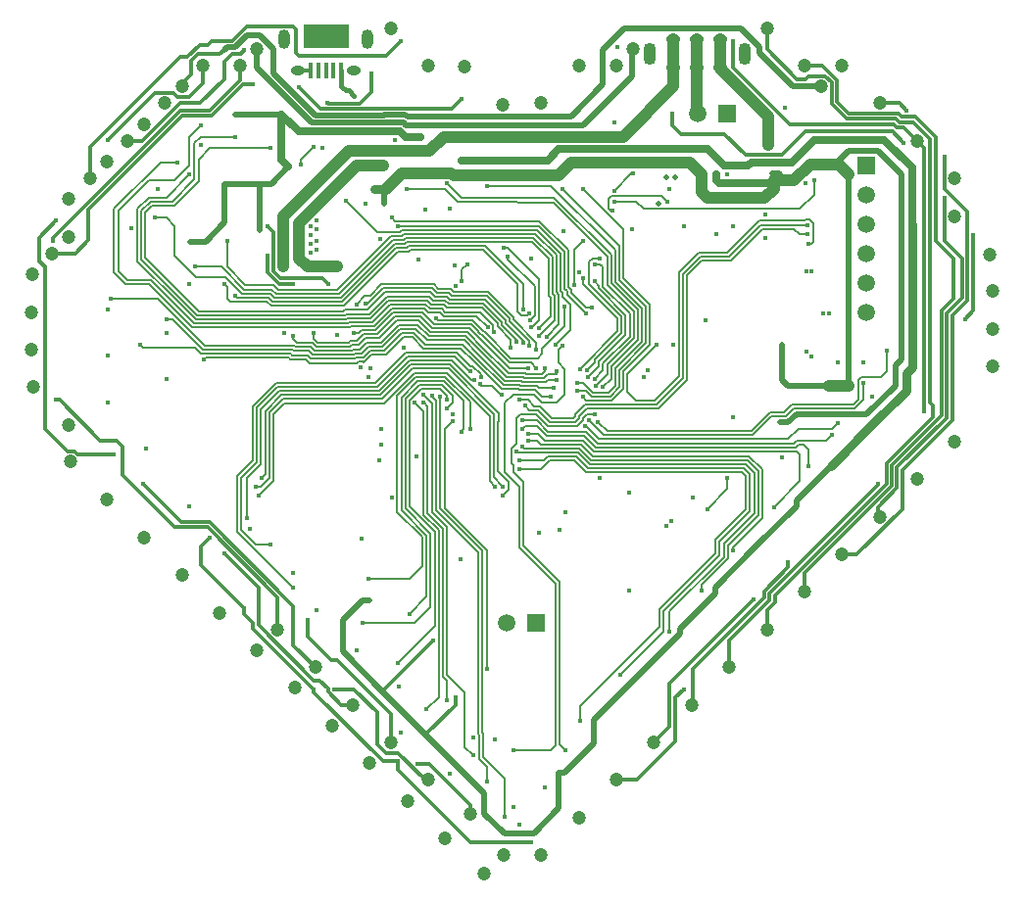
<source format=gtl>
G04 Layer_Physical_Order=1*
G04 Layer_Color=255*
%FSLAX44Y44*%
%MOMM*%
G71*
G01*
G75*
%ADD10R,0.4000X1.3500*%
%ADD11R,4.0000X2.0000*%
%ADD12C,0.5000*%
%ADD13C,1.0000*%
%ADD14C,0.3000*%
%ADD15C,0.2000*%
%ADD16C,0.7000*%
%ADD17C,0.8000*%
%ADD18C,0.4000*%
%ADD19O,1.1000X1.9000*%
%ADD20O,1.2000X0.8000*%
%ADD21C,1.5000*%
%ADD22R,1.5000X1.5000*%
%ADD23O,1.0000X1.7000*%
%ADD24R,1.5000X1.5000*%
%ADD25C,1.2000*%
%ADD26C,0.4500*%
%ADD27C,0.5000*%
%ADD28C,0.4000*%
D10*
X2025002Y1687500D02*
D03*
X2031502D02*
D03*
X2038002D02*
D03*
X2044502D02*
D03*
X2051002D02*
D03*
D11*
X2038000Y1716500D02*
D03*
D12*
X1920600Y1539400D02*
X1934400D01*
X1950600Y1555600D01*
Y1589400D01*
X1980600D01*
X1990600D01*
X2005600Y1604400D01*
X2088000Y1572500D02*
Y1582000D01*
X2085000Y1585000D01*
X2080000D01*
X2103610Y1642250D02*
X2103860Y1642000D01*
X2104938D01*
X2106938Y1640000D01*
X2260000D01*
X2302500Y1682500D01*
Y1705000D01*
X2303520Y1706020D01*
X2296000Y1723500D02*
X2396500D01*
X2412500Y1707500D01*
Y1702500D01*
X2441480Y1673520D01*
X2466020D01*
X2458750Y1606250D02*
X2442500Y1590000D01*
X2427500D01*
X2430000Y1592500D01*
Y1597500D01*
X2429500Y1598000D01*
X2423250D01*
X2425000Y1590000D02*
X2427500D01*
X2478125Y1605625D02*
X2490000Y1617500D01*
X2515000D01*
X2535000Y1597500D01*
Y1437500D01*
X2530000Y1432500D01*
Y1415000D01*
X2505000Y1390000D01*
X2444500D01*
X2437500Y1383000D01*
X2430000D01*
X2437500Y1415000D02*
X2472500D01*
X2490000D02*
Y1597500D01*
X2432500Y1450000D02*
Y1420000D01*
X2437500Y1415000D01*
X2444400Y1315600D02*
X2474400Y1345600D01*
X2509400Y1380600D02*
Y1380601D01*
X2444400Y1315600D02*
Y1310600D01*
X2444400D01*
X2409400Y1275601D01*
X2374400Y1240601D01*
Y1240600D01*
Y1234966D01*
X2344400Y1204965D01*
Y1200601D01*
X2309400Y1165600D01*
X2269400Y1125600D01*
Y1105600D01*
X2243765Y1079965D01*
X2239400D01*
Y1049400D01*
X2217500Y1027500D01*
X2192500D01*
X2175000Y1045000D01*
Y1062500D01*
X2125000Y1112500D01*
X2087500Y1150000D01*
X2052500Y1185000D01*
Y1212500D01*
X2069400Y1229400D01*
X2075600D01*
X1980600Y1549400D02*
Y1589400D01*
X1999400Y1649400D02*
X1959400D01*
X2028722Y1648500D02*
X2088448D01*
X2088698Y1648750D01*
X2106302D01*
X2106552Y1648500D01*
X2107630D01*
X2108630Y1647500D01*
X2250000D01*
X2277500Y1675000D01*
Y1705000D01*
X2296000Y1723500D01*
X2103610Y1642250D02*
X2091390D01*
X2091140Y1642000D01*
X2026030D01*
X1978520Y1689510D01*
Y1706020D01*
X1981182Y1717500D02*
X1992500Y1706182D01*
Y1684722D01*
X2028722Y1648500D01*
X1981182Y1717500D02*
X1970000D01*
X1960000Y1707500D01*
X1952500D01*
Y1707500D01*
X1950000Y1705000D01*
X1913520Y1676020D02*
Y1673520D01*
D13*
X2001500Y1517500D02*
Y1561500D01*
X2057500Y1617500D01*
X2127500D01*
X2140000Y1630000D01*
X2295000D01*
X2338500Y1673500D01*
Y1689500D01*
Y1714500D01*
X2358500D02*
Y1689500D01*
Y1651100D01*
X2359600Y1650000D01*
X2352500Y1607500D02*
X2362500Y1597500D01*
Y1582500D01*
X2368000Y1577000D01*
X2417000D01*
X2425000Y1585000D01*
Y1590000D01*
Y1592500D01*
X2427500Y1595000D01*
X2425000Y1592500D02*
X2430000D01*
X2442626D01*
X2456376Y1606250D01*
X2481250D01*
X2490000Y1597500D01*
X2420000Y1630000D02*
Y1647500D01*
X2378500Y1689000D01*
Y1714500D01*
X2420000Y1630000D02*
Y1622500D01*
X2352500Y1607500D02*
X2250000D01*
X2238750Y1596250D01*
X2148624D01*
X2146124Y1598750D01*
X2103500D01*
X2089750Y1585000D01*
X2087500Y1605000D02*
X2080000D01*
X2072500D01*
X2065000D01*
X2015000Y1555000D01*
Y1525000D01*
X2022500Y1517500D01*
X2047500D01*
X2472500Y1415000D02*
X2480000D01*
X2490000D01*
D14*
X1814500Y1358000D02*
X1820728D01*
X1823725Y1355004D01*
X1854996D01*
X1862500Y1362071D02*
Y1337500D01*
X1907500Y1292500D01*
X1935580D01*
X1996480Y1231600D01*
Y1203980D01*
X1980000Y1207732D02*
Y1240000D01*
X1950000Y1270000D01*
X1967500Y1222500D02*
X1930000Y1260000D01*
Y1275655D01*
X1937500Y1283155D01*
X1937444Y1297000D02*
X2010000Y1224444D01*
Y1190461D01*
X2028980Y1171480D01*
X2027728Y1160004D02*
X2032496D01*
X2039750Y1152750D01*
Y1150325D01*
X2051095Y1138980D01*
X2061480D01*
X2062500Y1152500D02*
X2082500Y1132500D01*
Y1105000D01*
X2090020Y1097480D01*
X2100020D01*
X2123520Y1073980D01*
X2126480D01*
X2127500Y1087500D02*
X2162500Y1052500D01*
X2162500Y1045000D01*
Y1020000D02*
X2215000D01*
X2288980Y1073980D02*
X2306480D01*
X2340000Y1107500D01*
Y1145000D01*
X2347500Y1152500D01*
X2355000Y1140000D02*
Y1170000D01*
X2417000Y1232000D01*
Y1237228D01*
X2437500Y1257728D01*
Y1262500D01*
X2451481Y1252617D02*
X2527000Y1328136D01*
Y1345864D01*
X2570000Y1388864D01*
Y1480000D01*
X2580000Y1490000D01*
Y1507500D01*
Y1525000D01*
X2565000Y1540000D01*
Y1629553D01*
X2547303Y1647250D01*
X2535250D01*
X2532520Y1649980D01*
X2490079D01*
X2479520Y1660539D01*
Y1679111D01*
X2467151Y1691481D01*
X2451481D01*
X2455248Y1682520D02*
X2469748D01*
X2475020Y1677247D01*
Y1658675D01*
X2488215Y1645480D01*
X2530656D01*
X2533386Y1642750D01*
X2545439D01*
X2560000Y1628189D01*
Y1400000D01*
X2562500Y1397500D01*
Y1390000D01*
Y1387728D01*
X2522500Y1347728D01*
Y1330000D01*
X2426000Y1233500D01*
Y1227565D01*
X2418980Y1220545D01*
Y1203980D01*
X2421500Y1229429D02*
Y1235364D01*
X2515000Y1328864D01*
Y1330000D01*
X2515114Y1309886D02*
X2531500Y1326272D01*
Y1344000D01*
X2574500Y1387000D01*
Y1477429D01*
X2587500Y1490429D01*
Y1524571D01*
X2572480Y1539591D01*
Y1577500D01*
Y1585020D02*
X2592000Y1565500D01*
Y1488565D01*
X2579000Y1475565D01*
Y1385136D01*
X2536000Y1342136D01*
Y1308272D01*
X2496708Y1268980D01*
X2483980D01*
X2515114Y1302846D02*
X2516480Y1301480D01*
X2515114Y1302846D02*
Y1309886D01*
X2451481Y1252617D02*
Y1236480D01*
X2421500Y1229429D02*
X2386480Y1194409D01*
Y1171480D01*
X2407500Y1230000D02*
X2335000Y1157500D01*
Y1120000D01*
X2321480Y1106480D01*
X2353980Y1138980D02*
X2355000Y1140000D01*
X2162500Y1020000D02*
X2100000Y1082500D01*
Y1090000D01*
X2087500D01*
X2027496Y1150004D01*
Y1152498D01*
Y1152504D01*
X1975000Y1205000D01*
Y1209571D01*
X1967500Y1217071D01*
Y1222500D01*
X1980000Y1207732D02*
X2027728Y1160004D01*
X2042480Y1177520D02*
X2047480D01*
X2093980Y1131020D01*
Y1106480D01*
X2087500Y1150000D02*
Y1151299D01*
X2130600Y1194399D01*
X2150000Y1145000D02*
Y1138799D01*
X2125000Y1113799D01*
Y1112500D01*
X2127500Y1087500D02*
X2117500D01*
X2062500Y1152500D02*
X2045000D01*
X2042480Y1177520D02*
X2022500Y1197500D01*
Y1212500D01*
X1937444Y1297000D02*
X1913000D01*
X1880000Y1330000D01*
X1862500Y1362071D02*
X1857071Y1367500D01*
X1842929D01*
X1807929Y1402500D01*
X1805000D01*
X1795000Y1377500D02*
Y1517500D01*
X1790000Y1522500D01*
Y1542500D01*
X1805000Y1557500D01*
X1802500Y1542728D02*
X1912272Y1652500D01*
X1937500D01*
X1963980Y1678980D01*
Y1691481D01*
X1964500Y1702000D02*
X1967500Y1705000D01*
X1964500Y1702000D02*
X1957000D01*
X1950000Y1695000D01*
Y1680000D01*
X1929500Y1659500D01*
X1912228D01*
X1879208Y1626480D01*
X1866480D01*
X1850000Y1627500D02*
X1890480Y1667980D01*
X1906331D01*
X1909792Y1664520D01*
X1919520D01*
X1931480Y1676480D01*
Y1691481D01*
X1927338Y1701481D02*
X1946481D01*
X1950000Y1705000D01*
X1957303Y1713000D02*
X1969804Y1725500D01*
X2009500D01*
X2012500Y1722500D01*
Y1702500D01*
X2015000Y1700000D01*
X2090000D01*
X2102500Y1712500D01*
X2077500Y1685000D02*
Y1668800D01*
X2067200Y1658500D01*
X2040299D01*
X2039400Y1659400D01*
X2033500Y1654000D02*
X2086170D01*
X2086420Y1654250D01*
X2146750D01*
X2155000Y1662500D01*
X2025002Y1687500D02*
X2014000D01*
X2013750Y1687250D01*
X2015000Y1672500D02*
X2033500Y1654000D01*
X1957303Y1713000D02*
X1939514D01*
X1936175Y1709660D01*
X1929154D01*
X1918511Y1699018D01*
X1911947D01*
X1833980Y1621051D01*
Y1593980D01*
X1833068Y1566932D02*
X1914136Y1648000D01*
X1939364D01*
X1966364Y1675000D01*
X1975000D01*
X1921480Y1683980D02*
Y1695623D01*
X1927338Y1701481D01*
X1921480Y1683980D02*
X1913520Y1676020D01*
X1987500Y1552500D02*
X1992750Y1547250D01*
Y1513614D01*
X1998614Y1507750D01*
X2034750D01*
X2040000Y1502500D01*
X2010000D02*
X1997500D01*
X1987500Y1512500D01*
Y1527500D01*
X1833068Y1540568D02*
Y1566932D01*
Y1540568D02*
X1821480Y1528980D01*
X1801480D01*
X1802500Y1540000D02*
Y1542728D01*
X1795000Y1377500D02*
X1814500Y1358000D01*
X2345000Y1632500D02*
X2382500D01*
X2400500Y1614500D01*
X2432000D01*
X2452000Y1634500D01*
X2528000D01*
X2537500Y1625000D01*
X2548980Y1626480D02*
X2555000Y1620461D01*
Y1392500D01*
X2590000Y1472500D02*
X2597500Y1480000D01*
Y1545000D01*
X2572480Y1585020D02*
Y1612480D01*
X2572500Y1612500D01*
X2548980Y1626480D02*
X2537211Y1638250D01*
X2531522D01*
X2528792Y1640980D01*
X2439020D01*
X2390000Y1690000D01*
Y1712500D01*
X2445000Y1680000D02*
X2452728D01*
X2455248Y1682520D01*
X2418980Y1706020D02*
Y1723980D01*
Y1706020D02*
X2445000Y1680000D01*
X2516480Y1658980D02*
X2533520D01*
X2540000Y1652500D01*
X2337500Y1650000D02*
Y1640000D01*
X2345000Y1632500D01*
D15*
X1877500Y1450000D02*
X1880000Y1447500D01*
X1925101D01*
X1930441Y1442159D01*
X1930441D01*
X1930533Y1442250D01*
X1932300D01*
X1932550Y1442500D01*
X2007651D01*
X2008904Y1441247D01*
X2021954D01*
X2025201Y1438000D01*
X2063333D01*
X2064583Y1439250D01*
X2070300D01*
X2076300Y1445250D01*
X2088300D01*
X2103550Y1460500D01*
X2114034D01*
X2124037Y1450497D01*
X2156080D01*
X2167330Y1439247D01*
X2167363D01*
X2191360Y1415250D01*
X2205683D01*
X2206433Y1414500D01*
X2220249D01*
X2222249Y1412500D01*
X2235000D01*
X2232500Y1405000D02*
X2224799D01*
X2218799Y1411000D01*
X2204984D01*
X2204234Y1411750D01*
X2189910D01*
X2165913Y1435747D01*
X2165880D01*
X2154630Y1446997D01*
X2122587D01*
X2112584Y1457000D01*
X2105000D01*
X2089750Y1441750D01*
X2077750D01*
X2070859Y1434859D01*
X2070859D01*
X2069967Y1435750D01*
X2066033D01*
X2064783Y1434500D01*
X2023751D01*
X2020504Y1437747D01*
X2007454D01*
X2006201Y1439000D01*
X1934000D01*
X1932500Y1437500D01*
X1931550Y1446000D02*
X2009100D01*
X2010354Y1444747D01*
X2023404D01*
X2026651Y1441500D01*
X2061883D01*
X2063133Y1442750D01*
X2068851D01*
X2074851Y1448750D01*
X2086851D01*
X2102101Y1464000D01*
X2115484D01*
X2125486Y1453997D01*
X2157529D01*
X2168779Y1442747D01*
X2168812D01*
X2192809Y1418750D01*
X2207133D01*
X2207883Y1418000D01*
X2227899D01*
X2229899Y1420000D01*
X2237500D01*
Y1425000D02*
X2237496Y1425004D01*
Y1427497D01*
X2237500Y1425000D02*
X2229950D01*
X2226450Y1421500D01*
X2209333D01*
X2208583Y1422250D01*
X2194259D01*
X2170262Y1446247D01*
X2170229D01*
X2159246Y1457231D01*
Y1457264D01*
X2159012Y1457497D01*
X2126936D01*
X2116933Y1467500D01*
X2100651D01*
X2085401Y1452250D01*
X2073401D01*
X2067401Y1446250D01*
X2061683D01*
X2060433Y1445000D01*
X2028100D01*
X2024854Y1448247D01*
X2011803D01*
X2010550Y1449500D01*
X1933000D01*
X1892500Y1490000D01*
X1852500D01*
X1855000Y1512500D02*
X1865000Y1502500D01*
X1885000D01*
X1922500Y1465000D01*
X2058636D01*
X2059886Y1466250D01*
X2079602D01*
X2094852Y1481500D01*
X2122732D01*
X2126482Y1477750D01*
X2136834D01*
X2139584Y1475000D01*
X2167993D01*
X2177996Y1464997D01*
X2176061Y1460247D02*
X2197808Y1438500D01*
X2221000D01*
X2225000Y1442500D01*
Y1446818D01*
X2244341Y1466159D01*
Y1483232D01*
X2249091Y1485199D02*
Y1463233D01*
X2236211Y1450353D01*
X2238781Y1445853D02*
X2242145Y1449216D01*
X2238781Y1445853D02*
Y1435082D01*
X2244500Y1429364D01*
Y1407000D01*
X2237500Y1400000D01*
X2224849D01*
X2217599Y1407250D01*
X2199750D01*
X2192500Y1400000D01*
Y1340000D01*
X2205000Y1327500D01*
Y1275000D01*
X2236500Y1243500D01*
Y1104000D01*
X2232500Y1100000D01*
X2200000D01*
X2173920Y1093580D02*
X2192500Y1075000D01*
Y1042500D01*
X2245000Y1100000D02*
X2240000Y1105000D01*
Y1244950D01*
X2208500Y1276450D01*
Y1331500D01*
X2200000Y1340000D01*
Y1346136D01*
X2198000Y1348136D01*
Y1360500D01*
X2202500Y1365000D01*
Y1386719D01*
X2205781Y1390000D01*
X2220000D01*
X2230000Y1380000D01*
X2255000D01*
X2260246Y1385246D01*
Y1386965D01*
X2263281Y1390000D01*
X2270000D01*
X2273161Y1383408D02*
X2281069Y1375500D01*
X2405529D01*
X2421530Y1391500D01*
X2433979D01*
X2440979Y1398500D01*
X2493500D01*
X2497750Y1402750D01*
Y1419467D01*
X2500533Y1422250D01*
X2517250D01*
X2522500Y1427500D01*
Y1445000D01*
X2502500Y1417500D02*
Y1402500D01*
X2495000Y1395000D01*
X2442429D01*
X2435429Y1388000D01*
X2422979D01*
X2406979Y1372000D01*
X2277993D01*
X2271334Y1378658D01*
X2271193D01*
X2268410Y1381441D01*
Y1381582D01*
X2264996Y1384997D01*
X2262500Y1380000D02*
X2274000Y1368500D01*
X2408429D01*
X2408614Y1368685D01*
X2408614D01*
X2408799Y1368500D01*
X2437500D01*
X2446500Y1377500D01*
X2474998D01*
X2479995Y1382497D01*
X2475000Y1372500D02*
X2470000Y1367500D01*
X2444899D01*
X2442399Y1365000D01*
X2272550D01*
X2262550Y1375000D01*
X2230000D01*
X2230000Y1375000D01*
X2220003Y1384997D01*
X2207496D01*
Y1377497D02*
X2209998Y1380000D01*
X2220050D01*
X2228965Y1371086D01*
X2261465D01*
X2269050Y1363500D01*
X2269101D01*
X2271101Y1361500D01*
X2443849D01*
X2446349Y1364000D01*
X2450992D01*
X2454995Y1359997D01*
Y1344997D01*
X2447500Y1355000D02*
X2444500Y1358000D01*
X2269651D01*
X2267651Y1360000D01*
X2267601D01*
X2260015Y1367586D01*
X2227515D01*
X2221603Y1373497D01*
X2212500D01*
X2212496Y1367497D02*
X2220003D01*
X2223414Y1364086D01*
X2258565D01*
X2266151Y1356500D01*
X2266201D01*
X2268701Y1354000D01*
X2403500D01*
X2415000Y1342500D01*
Y1300000D01*
X2390000Y1275000D01*
Y1272500D01*
X2385250Y1276967D02*
X2411500Y1303217D01*
Y1341050D01*
X2402050Y1350500D01*
X2267251D01*
X2264751Y1353000D01*
X2264701D01*
X2257115Y1360586D01*
X2209414D01*
X2207500Y1362500D01*
X2202750Y1357500D02*
Y1357250D01*
X2202914Y1357086D01*
X2255666D01*
X2263251Y1349500D01*
X2263302D01*
X2265802Y1347000D01*
X2400600D01*
X2408000Y1339601D01*
Y1304667D01*
X2381750Y1278417D01*
Y1266851D01*
X2335000Y1220101D01*
Y1202500D01*
X2330000Y1202500D02*
Y1220050D01*
X2378250Y1268300D01*
Y1279867D01*
X2404500Y1306117D01*
Y1338151D01*
X2399151Y1343500D01*
X2264352D01*
X2261852Y1346000D01*
X2261802D01*
X2254216Y1353586D01*
X2229749D01*
X2226160Y1349997D01*
X2226157Y1350000D01*
X2226155Y1349997D01*
X2204996D01*
X2205000Y1342500D02*
X2223613D01*
X2231198Y1350086D01*
X2252766D01*
X2260352Y1342500D01*
X2260402D01*
X2262902Y1340000D01*
X2397701D01*
X2401000Y1336701D01*
Y1307567D01*
X2374750Y1281317D01*
Y1269750D01*
X2326500Y1221500D01*
Y1206500D01*
X2257500Y1137500D01*
Y1125000D01*
X2292500Y1165000D02*
X2330000Y1202500D01*
X2362500Y1237500D02*
Y1242500D01*
X2385250Y1265250D01*
Y1276967D01*
X2367500Y1307902D02*
X2385000Y1325402D01*
Y1335000D01*
X2425000Y1310000D02*
X2447500Y1332500D01*
Y1355000D01*
X2350000Y1420000D02*
Y1510000D01*
X2363000Y1523000D01*
X2387899D01*
X2414900Y1550000D01*
X2442500D01*
X2447000Y1545500D01*
X2454500D01*
X2453999Y1553501D02*
X2413450D01*
X2386450Y1526500D01*
X2361550D01*
X2346500Y1511450D01*
Y1421450D01*
X2323550Y1398500D01*
X2261881D01*
X2253246Y1389864D01*
Y1388145D01*
X2252101Y1387000D01*
X2232899D01*
X2222899Y1397000D01*
X2218000D01*
X2212500Y1402500D01*
X2205496D01*
X2190000Y1406000D02*
Y1407000D01*
Y1406000D02*
X2181250Y1414750D01*
X2172243D01*
X2170996Y1415997D01*
X2162500Y1400976D02*
Y1377500D01*
X2157000Y1377000D02*
Y1401527D01*
X2139632Y1418895D01*
X2117278D01*
X2103250Y1404867D01*
Y1307152D01*
X2125000Y1285402D01*
Y1232400D01*
X2110100Y1217500D01*
X2110000D01*
X2115000Y1210000D02*
X2128500Y1223500D01*
Y1286852D01*
X2106750Y1308602D01*
Y1403417D01*
X2118727Y1415395D01*
X2138182D01*
X2147500Y1406077D01*
Y1400000D01*
X2142500Y1395000D01*
Y1402500D02*
Y1406127D01*
X2136733Y1411895D01*
X2120177D01*
X2110250Y1401968D01*
Y1310052D01*
X2132000Y1288302D01*
Y1207000D01*
X2100000Y1175000D01*
X2135600Y1145600D02*
Y1162000D01*
X2135500Y1162101D01*
Y1289751D01*
X2122500Y1302751D01*
Y1392500D01*
X2115000Y1400000D01*
X2122395Y1399823D02*
X2122670D01*
X2126000Y1396493D01*
Y1304201D01*
X2139000Y1291201D01*
Y1163550D01*
X2142500Y1160050D01*
Y1142500D01*
X2135600Y1145600D02*
X2125000Y1135000D01*
X2157500Y1102500D02*
X2165000Y1095000D01*
X2170420Y1092130D02*
Y1112637D01*
X2169250Y1113807D01*
Y1270851D01*
X2133000Y1307101D01*
Y1402134D01*
X2130000Y1405134D01*
Y1406361D01*
X2129500Y1399789D02*
X2122145Y1407145D01*
X2129500Y1399789D02*
Y1305651D01*
X2142500Y1292651D01*
Y1165000D01*
X2157500Y1150000D01*
Y1102500D01*
X2170420Y1092130D02*
X2177500Y1085050D01*
Y1072500D01*
X2173920Y1093580D02*
Y1114087D01*
X2172750Y1115257D01*
Y1272300D01*
X2136500Y1308550D01*
Y1405352D01*
X2140996Y1377500D02*
X2147496Y1384000D01*
X2140996Y1377500D02*
Y1309004D01*
X2177500Y1272500D01*
Y1170000D01*
X2115000Y1210000D02*
X2070000D01*
X2075000Y1247500D02*
X2110000D01*
X2121500Y1259000D01*
Y1283952D01*
X2099750Y1305702D01*
Y1406317D01*
X2115828Y1422395D01*
X2141082D01*
X2162500Y1400976D01*
X2157000Y1377000D02*
X2155000Y1375000D01*
X2186500Y1341000D02*
Y1383450D01*
X2187000Y1383950D01*
Y1391326D01*
X2145328Y1432997D01*
X2111564D01*
X2085317Y1406750D01*
X1999351D01*
X1985500Y1392899D01*
Y1338000D01*
X1982500Y1335000D01*
X1989000Y1334783D02*
Y1391450D01*
X2000800Y1403250D01*
X2086766D01*
X2113014Y1429497D01*
X2143879D01*
X2183500Y1389876D01*
Y1385399D01*
X2183000Y1384899D01*
Y1335640D01*
X2191140Y1327500D01*
X2195890Y1325533D02*
Y1331610D01*
X2186500Y1341000D01*
X2179500Y1332069D02*
X2184069Y1327500D01*
X2179500Y1332069D02*
Y1386349D01*
X2180000Y1386849D01*
Y1388426D01*
X2142531Y1425895D01*
X2114361D01*
X2088216Y1399750D01*
X2002250D01*
X1992500Y1390000D01*
Y1332500D01*
X1980000Y1320000D01*
X1981718Y1327500D02*
X1989000Y1334783D01*
X1981718Y1327500D02*
X1977500D01*
X1970000Y1335101D02*
X1982000Y1347101D01*
Y1394349D01*
X1997901Y1410250D01*
X2083867D01*
X2110114Y1436497D01*
X2146778D01*
X2163277Y1419999D01*
X2165997D01*
X2165996Y1419997D01*
X2171996Y1421997D02*
Y1424715D01*
X2164963Y1431747D01*
X2162596D01*
X2150846Y1443497D01*
X2107215D01*
X2080968Y1417250D01*
X1995001D01*
X1975000Y1397249D01*
Y1350000D01*
X1961500Y1336500D01*
Y1288550D01*
X2010000Y1240050D01*
Y1240000D01*
X1990000Y1277500D02*
X1977500D01*
X1965000Y1290000D01*
Y1335050D01*
X1978500Y1348550D01*
Y1395799D01*
X1996451Y1413750D01*
X2082417D01*
X2108664Y1439997D01*
X2149396D01*
X2157856Y1431538D01*
Y1431352D01*
X2161070Y1428138D01*
X2162996D01*
Y1426997D01*
X2171679Y1449747D02*
X2171712D01*
X2195709Y1425750D01*
X2210033D01*
X2210782Y1425000D01*
X2225000D01*
X2227500Y1427500D01*
Y1430000D01*
X2219996Y1429997D02*
X2214993Y1435000D01*
X2196358D01*
X2174611Y1456747D01*
X2174578D01*
X2169746Y1461580D01*
Y1461613D01*
X2163361Y1467997D01*
X2131285D01*
X2121283Y1478000D01*
X2096302D01*
X2081052Y1462750D01*
X2069052D01*
X2066302Y1460000D01*
X2062499D01*
X2062496Y1459997D01*
X2070501Y1459250D02*
X2082501D01*
X2097751Y1474500D01*
X2119833D01*
X2129836Y1464497D01*
X2161912D01*
X2166246Y1460163D01*
Y1460130D01*
X2173129Y1453247D01*
X2173162D01*
X2196409Y1430000D01*
X2212500D01*
X2214000Y1449000D02*
Y1453213D01*
X2210463Y1456750D01*
X2210200D01*
X2196746Y1470204D01*
Y1472764D01*
X2177009Y1492500D01*
X2146833D01*
X2144083Y1495250D01*
X2133731D01*
X2129981Y1499000D01*
X2087603D01*
X2073302Y1484698D01*
X2073302D01*
X2072000Y1486000D01*
X2071779Y1492497D02*
X2076151D01*
X2086154Y1502500D01*
X2131431D01*
X2135181Y1498750D01*
X2145533D01*
X2148282Y1496000D01*
X2178459D01*
X2200246Y1474213D01*
Y1471917D01*
X2220000Y1452163D01*
Y1446000D01*
X2222496Y1457497D02*
Y1457851D01*
X2235841Y1471196D01*
Y1492140D01*
X2233750Y1494231D01*
Y1526200D01*
X2217450Y1542500D01*
X2106651D01*
X2104901Y1540750D01*
X2095901D01*
X2049401Y1494250D01*
X1995143D01*
X1991393Y1498000D01*
X1967050D01*
X1947550Y1517500D01*
X1925000D01*
X1926200Y1508800D02*
X1951300D01*
X1965601Y1494500D01*
X1989944D01*
X1993694Y1490750D01*
X2050851D01*
X2097351Y1537250D01*
X2106351D01*
X2108100Y1539000D01*
X2216000D01*
X2230250Y1524750D01*
Y1492781D01*
X2232341Y1490691D01*
Y1474767D01*
X2222068Y1464495D01*
X2222000Y1471144D02*
Y1507000D01*
X2195003Y1533997D01*
X2191996D01*
X2195000Y1526000D02*
Y1524000D01*
X2218392Y1500608D01*
Y1475314D01*
X2214360Y1471281D01*
X2215000Y1466135D02*
X2215996Y1465139D01*
X2222000Y1471144D01*
X2215000Y1466135D02*
X2214996Y1466130D01*
Y1464997D01*
X2208496Y1453504D02*
X2193246Y1468754D01*
Y1471314D01*
X2175559Y1489000D01*
X2145383D01*
X2142633Y1491750D01*
X2132281D01*
X2128531Y1495500D01*
X2089053D01*
X2073803Y1480250D01*
X2054087D01*
X2052837Y1479000D01*
X1928349D01*
X1882050Y1525299D01*
X1882000D01*
Y1564601D01*
X1887899Y1570500D01*
X1906950D01*
X1928000Y1591550D01*
Y1610500D01*
X1937500Y1620000D01*
X1990000D01*
X1952500Y1540000D02*
Y1517500D01*
X1968500Y1501500D01*
X1992843D01*
X1996593Y1497750D01*
X2047951D01*
X2094451Y1544250D01*
X2103451D01*
X2105201Y1546000D01*
X2218900D01*
X2237250Y1527649D01*
Y1495681D01*
X2239341Y1493590D01*
Y1467625D01*
X2229073Y1457358D01*
X2228822D01*
X2208496Y1453504D02*
Y1452000D01*
X2257424Y1429139D02*
X2290000Y1461716D01*
Y1473050D01*
X2260000Y1503050D01*
X2260169Y1503220D01*
Y1507331D01*
X2252500Y1501998D02*
Y1532500D01*
X2260000Y1540000D01*
X2247750Y1531999D02*
X2222499Y1557250D01*
X2097750D01*
X2095000Y1560000D01*
X2100000Y1552500D02*
X2100901Y1551599D01*
X2100901D01*
X2102302Y1553000D01*
X2221799D01*
X2244250Y1530549D01*
Y1498580D01*
X2246341Y1496490D01*
Y1493659D01*
X2262500Y1477500D01*
X2262450Y1482500D02*
X2267500D01*
X2262450D02*
X2249841Y1495109D01*
Y1497939D01*
X2247750Y1500030D01*
Y1531999D01*
X2240750Y1529099D02*
Y1497131D01*
X2242841Y1495040D01*
Y1491449D01*
X2249091Y1485199D01*
X2213642Y1477281D02*
X2212179Y1475818D01*
X2206682D01*
X2203426Y1479074D01*
Y1502574D01*
X2174000Y1532000D01*
X2111000D01*
X2109250Y1530250D01*
X2100250D01*
X2053750Y1483750D01*
X1990794D01*
X1987044Y1487500D01*
X1955000D01*
X1952500Y1490000D01*
Y1500000D01*
X1950000Y1502500D01*
X1960000Y1492500D02*
X1961500Y1491000D01*
X1988494D01*
X1992244Y1487250D01*
X2052300D01*
X2098800Y1533750D01*
X2107800D01*
X2109550Y1535500D01*
X2175450D01*
X2208692Y1502258D01*
Y1480817D01*
X2293500Y1460266D02*
Y1474500D01*
X2265000Y1503000D01*
Y1521718D01*
X2268282Y1525000D01*
X2275000D01*
X2281000Y1526550D02*
Y1501849D01*
X2304000Y1478849D01*
Y1455917D01*
X2281000Y1432917D01*
Y1424431D01*
X2271566Y1414997D01*
X2277500Y1413860D02*
X2284500Y1420860D01*
Y1431467D01*
X2307500Y1454467D01*
Y1480299D01*
X2284500Y1503299D01*
Y1528000D01*
X2235000Y1577500D01*
X2155000D01*
X2142500Y1590000D01*
X2141136Y1585000D02*
X2152136Y1574000D01*
X2202500D01*
X2203975Y1572525D01*
X2235025D01*
X2281000Y1526550D01*
X2288000Y1532000D02*
Y1504749D01*
X2311000Y1481749D01*
Y1453017D01*
X2288000Y1430017D01*
Y1414899D01*
X2282101Y1409000D01*
X2268950D01*
X2260453Y1417497D01*
X2254996D01*
Y1409997D02*
X2263003D01*
X2267500Y1405500D01*
X2283550D01*
X2291500Y1413450D01*
Y1428568D01*
X2314500Y1451568D01*
Y1483199D01*
X2291500Y1506198D01*
Y1536000D01*
X2242500Y1585000D01*
X2232500Y1587500D02*
X2288000Y1532000D01*
X2295000Y1550000D02*
Y1507648D01*
X2318000Y1484648D01*
Y1450118D01*
X2295000Y1427118D01*
Y1412000D01*
X2285000Y1402000D01*
X2263000D01*
X2260000Y1405000D01*
X2256745Y1388414D02*
X2263331Y1395000D01*
X2325000D01*
X2350000Y1420000D01*
X2343000Y1422899D02*
Y1512899D01*
X2360101Y1530000D01*
X2385000D01*
X2412750Y1557750D01*
X2451532D01*
X2452032Y1558250D01*
X2455967D01*
X2459250Y1554968D01*
Y1539250D01*
X2457500Y1537500D01*
X2455000D01*
X2447500Y1567500D02*
X2460000Y1580000D01*
Y1592000D01*
X2447500Y1567500D02*
X2312500D01*
X2306000Y1574000D01*
X2287000D01*
X2282250Y1575968D02*
X2285033Y1578750D01*
X2289467D01*
X2289718Y1579000D01*
X2328000D01*
X2333000Y1574000D01*
X2303000Y1598000D02*
X2302000D01*
X2287500Y1583500D01*
X2282250Y1575968D02*
Y1567750D01*
X2284003Y1565997D01*
X2285995D01*
X2295000Y1550000D02*
X2260476Y1584524D01*
X2260000D01*
X2232500Y1587500D02*
X2177500D01*
X2220349Y1549500D02*
X2240750Y1529099D01*
X2220349Y1549500D02*
X2103751D01*
X2102001Y1547750D01*
X2093001D01*
X2092751Y1547500D01*
X2082500D01*
X2055000Y1575000D01*
X2055537Y1476750D02*
X2075253D01*
X2090503Y1492000D01*
X2127081D01*
X2130831Y1488250D01*
X2141183D01*
X2143933Y1485500D01*
X2174110D01*
X2189746Y1469864D01*
Y1467305D01*
X2202496Y1454555D01*
Y1452497D01*
X2197500Y1454601D02*
X2186246Y1465855D01*
Y1468414D01*
X2172660Y1482000D01*
X2142484D01*
X2139734Y1484750D01*
X2129382D01*
X2125632Y1488500D01*
X2091952D01*
X2076703Y1473250D01*
X2056987D01*
X2055737Y1472000D01*
X1925450D01*
X1910200Y1487250D01*
X1910150D01*
X1875000Y1522399D01*
Y1567500D01*
X1885000Y1577500D01*
X1900000D01*
X1919750Y1597250D01*
Y1597750D01*
X1920000Y1605000D02*
Y1630000D01*
X1930000Y1640000D01*
Y1630000D02*
X1960000D01*
X2016000Y1610000D02*
X2027000Y1621000D01*
X2016000Y1610000D02*
Y1606000D01*
X2054287Y1475500D02*
X2055537Y1476750D01*
X2054287Y1475500D02*
X1926900D01*
X1884925Y1517475D01*
X1884874D01*
X1878500Y1523849D01*
Y1566050D01*
X1886450Y1574000D01*
X1905500D01*
X1924500Y1593000D01*
Y1624500D01*
X1930000Y1630000D01*
X1920000Y1605000D02*
X1907525Y1592525D01*
X1884975D01*
X1858500Y1566050D01*
Y1513950D01*
X1866450Y1506000D01*
X1886450D01*
X1908700Y1483750D01*
X1908750D01*
X1924000Y1468500D01*
X2057186D01*
X2058436Y1469750D01*
X2078152D01*
X2093402Y1485000D01*
X2124182D01*
X2127932Y1481250D01*
X2138284D01*
X2141034Y1478500D01*
X2171210D01*
X2182746Y1466965D01*
Y1461254D01*
X2182858Y1461142D01*
X2176061Y1460247D02*
X2176028D01*
X2173246Y1463030D01*
Y1463062D01*
X2164811Y1471497D01*
X2134503D01*
X2133000Y1473000D01*
X2154996Y1504997D02*
Y1514996D01*
X2160000Y1520000D01*
X2160462Y1460997D02*
X2162746Y1458713D01*
Y1458680D01*
X2171679Y1449747D01*
X2160462Y1460997D02*
X2128386D01*
X2118383Y1471000D01*
X2099201D01*
X2083951Y1455750D01*
X2071951D01*
X2065951Y1449750D01*
X2060234D01*
X2058984Y1448500D01*
X2029550D01*
X2026303Y1451747D01*
X2013253D01*
X2010000Y1455000D01*
Y1457500D01*
X2027500Y1455500D02*
Y1460000D01*
Y1455500D02*
X2031000Y1452000D01*
X2057534D01*
X2058784Y1453250D01*
X2064501D01*
X2070501Y1459250D01*
X2064750Y1485000D02*
X2064283D01*
X2071779Y1492497D01*
X2197500Y1454601D02*
Y1447500D01*
X2210000Y1397500D02*
X2214000Y1393500D01*
X2221450D01*
X2231450Y1383500D01*
X2253550D01*
X2256745Y1386695D01*
Y1388414D01*
X2262007Y1380000D02*
X2262500D01*
X2262007D02*
X2261758Y1379750D01*
X2306000Y1402000D02*
X2322101D01*
X2343000Y1422899D01*
X2324000Y1450000D02*
X2298500Y1424500D01*
Y1409500D01*
X2306000Y1402000D01*
X2277500Y1428003D02*
Y1434366D01*
X2300500Y1457366D01*
Y1477399D01*
X2277500Y1500399D01*
Y1517500D01*
X2275000Y1520000D01*
X2270000D01*
Y1505000D02*
X2274000Y1501000D01*
Y1498950D01*
X2297000Y1475950D01*
Y1458816D01*
X2274000Y1435816D01*
Y1431573D01*
X2264495Y1422068D01*
X2270429Y1420932D02*
X2277500Y1428003D01*
X2270500Y1435145D02*
Y1437266D01*
X2293500Y1460266D01*
X2270500Y1435145D02*
X2263358Y1428002D01*
X2195890Y1325533D02*
X2195640Y1325282D01*
Y1324929D01*
X2190710Y1320000D01*
X1970000Y1335101D02*
Y1300000D01*
X1931550Y1446000D02*
X1905050Y1472500D01*
X1900000D01*
X1926200Y1508800D02*
X1907500Y1527500D01*
Y1552500D01*
X1900000Y1560000D01*
X1890000D01*
X1855000Y1567500D02*
X1895000Y1607500D01*
X1910000D01*
X1855000Y1567500D02*
Y1512500D01*
X2107500Y1585000D02*
X2141136D01*
D16*
X1999400Y1610600D02*
Y1649400D01*
X2014299Y1634500D01*
X2094247D01*
X2094497Y1634750D01*
X2100503D01*
X2100753Y1634500D01*
X2101831D01*
X2106931Y1629400D01*
X2119400D01*
X2155035Y1609400D02*
X2199400D01*
X2229399D01*
X2239399Y1619400D01*
X2368100D01*
X2382500Y1605000D01*
X2402500D01*
X2405500Y1608000D01*
X2440500D01*
X2460000Y1627500D01*
X2520000D01*
X2544400Y1603100D01*
Y1554400D01*
X2425000Y1590000D02*
X2377500D01*
X2375000Y1592500D01*
Y1597500D01*
X2005600Y1604400D02*
X1999400Y1610600D01*
D17*
X2080000Y1585000D02*
X2089750D01*
X2474400Y1345600D02*
X2509400Y1380600D01*
Y1380601D02*
X2539400Y1410601D01*
Y1425601D01*
X2544400Y1430602D01*
Y1554400D01*
D18*
X2051002Y1673998D02*
X2055000Y1670000D01*
X2057500D01*
X2062500Y1665000D01*
X2051002Y1673998D02*
Y1687500D01*
D19*
X2317500Y1702000D02*
D03*
X2399500D02*
D03*
D20*
X2013750Y1687250D02*
D03*
X2062250D02*
D03*
X2338500Y1689500D02*
D03*
X2358500D02*
D03*
Y1714500D02*
D03*
X2338500D02*
D03*
X2378500D02*
D03*
Y1689500D02*
D03*
D21*
X2194600Y1210000D02*
D03*
X2505000Y1478000D02*
D03*
Y1503400D02*
D03*
Y1528800D02*
D03*
Y1554200D02*
D03*
Y1579600D02*
D03*
X2359600Y1650000D02*
D03*
D22*
X2505000Y1605000D02*
D03*
D23*
X2001750Y1714000D02*
D03*
X2074250D02*
D03*
D24*
X2220000Y1210000D02*
D03*
X2385000Y1650000D02*
D03*
D25*
X1785000Y1414000D02*
D03*
X1817000Y1349000D02*
D03*
X1881020Y1283520D02*
D03*
X1913520Y1251020D02*
D03*
X1978520Y1186020D02*
D03*
X1996480Y1203980D02*
D03*
X2011020Y1153520D02*
D03*
X2043520Y1121020D02*
D03*
X2076020Y1088520D02*
D03*
X2141020Y1023520D02*
D03*
X2175000Y993000D02*
D03*
X2223980Y1008980D02*
D03*
X2256480Y1041480D02*
D03*
X2288980Y1073980D02*
D03*
X2321480Y1106480D02*
D03*
X2353980Y1138980D02*
D03*
X2386480Y1171480D02*
D03*
X2418980Y1203980D02*
D03*
X2451481Y1236480D02*
D03*
X2483980Y1268980D02*
D03*
X2516480Y1301480D02*
D03*
X2548980Y1333980D02*
D03*
X2581480Y1366480D02*
D03*
X2613980Y1431481D02*
D03*
Y1463980D02*
D03*
Y1496480D02*
D03*
X2612000Y1528000D02*
D03*
X2581480Y1561480D02*
D03*
Y1593980D02*
D03*
X2548980Y1626480D02*
D03*
X2516480Y1658980D02*
D03*
X2483980Y1691481D02*
D03*
X2451481D02*
D03*
X2418980Y1723980D02*
D03*
X2466020Y1673520D02*
D03*
X2288980Y1691481D02*
D03*
X2303520Y1706020D02*
D03*
X2256480Y1691481D02*
D03*
X2223980Y1658980D02*
D03*
X2158000Y1691000D02*
D03*
X2191000Y1658000D02*
D03*
X2126480Y1691481D02*
D03*
X2093980Y1723980D02*
D03*
X1978520Y1706020D02*
D03*
X1963980Y1691481D02*
D03*
X1931480D02*
D03*
X1913520Y1673520D02*
D03*
X1898980Y1658980D02*
D03*
X1881020Y1641020D02*
D03*
X1866480Y1626480D02*
D03*
X1848519Y1608520D02*
D03*
X1833980Y1593980D02*
D03*
X1816020Y1576020D02*
D03*
Y1543520D02*
D03*
X1801480Y1528980D02*
D03*
X1784000Y1511000D02*
D03*
X1783520Y1478520D02*
D03*
Y1446020D02*
D03*
X1816020Y1381020D02*
D03*
X1848519Y1316020D02*
D03*
X1946020Y1218520D02*
D03*
X2028980Y1171480D02*
D03*
X2061480Y1138980D02*
D03*
X2093980Y1106480D02*
D03*
X2108519Y1056020D02*
D03*
X2126480Y1073980D02*
D03*
X2162500Y1045000D02*
D03*
X2191480Y1008980D02*
D03*
D26*
X1805000Y1402500D02*
D03*
X1854996Y1355004D02*
D03*
X1882500Y1360670D02*
D03*
X1880000Y1330000D02*
D03*
X1920000Y1310670D02*
D03*
X1937500Y1283155D02*
D03*
X1967500Y1222500D02*
D03*
X2010000Y1240000D02*
D03*
Y1252500D02*
D03*
X2030000Y1220670D02*
D03*
X2022500Y1212500D02*
D03*
X2064635Y1185670D02*
D03*
X2100000Y1175000D02*
D03*
X2100965Y1154500D02*
D03*
X2102500Y1115000D02*
D03*
X2100000Y1090000D02*
D03*
X2117500Y1087500D02*
D03*
X2145000Y1079000D02*
D03*
X2200000Y1050670D02*
D03*
X2192500Y1042500D02*
D03*
X2205000Y1035000D02*
D03*
X2187500Y1020000D02*
D03*
X2215000D02*
D03*
X2227500Y1067500D02*
D03*
X2239400Y1079965D02*
D03*
X2245000Y1100000D02*
D03*
X2269400Y1125600D02*
D03*
X2347500Y1152500D02*
D03*
X2344400Y1204965D02*
D03*
X2335000Y1202500D02*
D03*
X2374400Y1240600D02*
D03*
X2407500Y1230000D02*
D03*
X2437500Y1262500D02*
D03*
X2444400Y1310600D02*
D03*
X2425000Y1310000D02*
D03*
X2474400Y1345600D02*
D03*
X2515000Y1330000D02*
D03*
X2555000Y1392500D02*
D03*
X2562500Y1390000D02*
D03*
X2539400Y1425601D02*
D03*
X2590000Y1472500D02*
D03*
X2580000Y1507500D02*
D03*
X2597500Y1545000D02*
D03*
X2572500Y1577500D02*
D03*
Y1612500D02*
D03*
X2537500Y1625000D02*
D03*
X2545000Y1560000D02*
D03*
X2544400Y1554400D02*
D03*
X2472500Y1477500D02*
D03*
X2480000Y1435000D02*
D03*
X2502500D02*
D03*
X2522500Y1445000D02*
D03*
X2502500Y1417500D02*
D03*
X2490000Y1415000D02*
D03*
X2480000D02*
D03*
X2472500D02*
D03*
X2479995Y1382497D02*
D03*
X2475000Y1372500D02*
D03*
X2509400Y1380601D02*
D03*
X2510000Y1405000D02*
D03*
X2457500Y1440000D02*
D03*
X2453500Y1444000D02*
D03*
X2432500Y1450000D02*
D03*
X2430000Y1383000D02*
D03*
X2437500D02*
D03*
X2432170Y1352500D02*
D03*
X2454995Y1344997D02*
D03*
X2390000Y1387500D02*
D03*
X2385000Y1335000D02*
D03*
X2367500Y1307902D02*
D03*
X2390000Y1272500D02*
D03*
X2409400Y1275601D02*
D03*
X2355000Y1318030D02*
D03*
X2336592Y1297500D02*
D03*
X2332500Y1293408D02*
D03*
X2362500Y1237500D02*
D03*
X2300000D02*
D03*
X2292500Y1165000D02*
D03*
X2309400Y1165600D02*
D03*
X2257500Y1125000D02*
D03*
X2177500Y1170000D02*
D03*
X2184330Y1109330D02*
D03*
X2165670Y1110670D02*
D03*
X2165000Y1095000D02*
D03*
X2177500Y1072500D02*
D03*
X2200000Y1100000D02*
D03*
X2150000Y1145000D02*
D03*
X2142500Y1142500D02*
D03*
X2125000Y1135000D02*
D03*
X2130600Y1194399D02*
D03*
X2110000Y1217500D02*
D03*
X2154571Y1265027D02*
D03*
X2190710Y1320000D02*
D03*
X2191140Y1327500D02*
D03*
X2184069D02*
D03*
X2205000Y1342500D02*
D03*
X2204996Y1349997D02*
D03*
X2202750Y1357500D02*
D03*
X2207500Y1362500D02*
D03*
X2245000Y1305000D02*
D03*
X2240000Y1290000D02*
D03*
X2275000Y1335000D02*
D03*
X2300000Y1322500D02*
D03*
X2273161Y1383408D02*
D03*
X2270000Y1390000D02*
D03*
X2264996Y1384997D02*
D03*
X2261758Y1379750D02*
D03*
X2271566Y1414997D02*
D03*
X2277500Y1413860D02*
D03*
X2315995Y1427997D02*
D03*
X2324000Y1450000D02*
D03*
X2366000Y1471000D02*
D03*
X2467500Y1477500D02*
D03*
X2457500Y1513500D02*
D03*
X2453500D02*
D03*
X2455000Y1537500D02*
D03*
X2454500Y1545500D02*
D03*
X2453999Y1553501D02*
D03*
X2452500Y1590000D02*
D03*
X2460000Y1592000D02*
D03*
X2427500Y1590000D02*
D03*
X2430000Y1597500D02*
D03*
X2423250Y1598000D02*
D03*
X2435000Y1655000D02*
D03*
X2390000Y1712500D02*
D03*
X2337500Y1650000D02*
D03*
X2335000Y1585000D02*
D03*
X2333000Y1574000D02*
D03*
X2347500Y1552500D02*
D03*
X2375500Y1545750D02*
D03*
X2390000Y1552500D02*
D03*
X2417500Y1562500D02*
D03*
Y1542500D02*
D03*
X2385000Y1597500D02*
D03*
X2375000D02*
D03*
Y1592500D02*
D03*
X2290000Y1707500D02*
D03*
X2287500Y1642500D02*
D03*
Y1583500D02*
D03*
X2303000Y1598000D02*
D03*
X2287000Y1574000D02*
D03*
X2285995Y1565997D02*
D03*
X2302500Y1550000D02*
D03*
X2275000Y1525000D02*
D03*
X2270000Y1520000D02*
D03*
Y1505000D02*
D03*
X2267500Y1482500D02*
D03*
X2262500Y1477500D02*
D03*
X2263358Y1428002D02*
D03*
X2264495Y1422068D02*
D03*
X2270429Y1420932D02*
D03*
X2244341Y1483232D02*
D03*
X2252500Y1501998D02*
D03*
X2260169Y1507331D02*
D03*
X2213642Y1477281D02*
D03*
X2208692Y1480817D02*
D03*
X2214360Y1471281D02*
D03*
X2214996Y1464997D02*
D03*
X2222068Y1464495D02*
D03*
X2222496Y1457497D02*
D03*
X2228822Y1457358D02*
D03*
X2236211Y1450353D02*
D03*
X2242145Y1449216D02*
D03*
X2220000Y1446000D02*
D03*
X2214000Y1449000D02*
D03*
X2208496Y1452000D02*
D03*
X2212500Y1430000D02*
D03*
X2219996Y1429997D02*
D03*
X2227500Y1430000D02*
D03*
X2237496Y1427497D02*
D03*
X2237500Y1420000D02*
D03*
X2257424Y1429139D02*
D03*
X2254996Y1417497D02*
D03*
Y1409997D02*
D03*
X2260000Y1405000D02*
D03*
X2232500D02*
D03*
X2235000Y1412500D02*
D03*
X2210000Y1397500D02*
D03*
X2212500Y1373497D02*
D03*
X2212496Y1367497D02*
D03*
X2197500Y1447500D02*
D03*
X2202496Y1452497D02*
D03*
X2182858Y1461142D02*
D03*
X2177996Y1464997D02*
D03*
X2171996Y1421997D02*
D03*
X2165996Y1419997D02*
D03*
X2162996Y1426997D02*
D03*
X2170996Y1415997D02*
D03*
X2190000Y1407000D02*
D03*
X2205496Y1402500D02*
D03*
X2207496Y1384997D02*
D03*
Y1377497D02*
D03*
X2162500Y1377500D02*
D03*
X2105000Y1448000D02*
D03*
X2122145Y1407145D02*
D03*
X2122395Y1399823D02*
D03*
X2115000Y1400000D02*
D03*
X2130000Y1406361D02*
D03*
X2136500Y1405352D02*
D03*
X2142500Y1402500D02*
D03*
Y1395000D02*
D03*
X2147500Y1390000D02*
D03*
X2147496Y1384000D02*
D03*
X2155000Y1375000D02*
D03*
X2116000Y1354000D02*
D03*
X2083740Y1350000D02*
D03*
X2086000Y1364000D02*
D03*
X2095000Y1318234D02*
D03*
X2069216Y1282500D02*
D03*
X2075000Y1247500D02*
D03*
X2075600Y1229400D02*
D03*
X2070000Y1210000D02*
D03*
X2045000Y1152500D02*
D03*
X2027496Y1152498D02*
D03*
X1990000Y1277500D02*
D03*
X1972500Y1290670D02*
D03*
X1970000Y1300000D02*
D03*
X1950000Y1270000D02*
D03*
X1980000Y1320000D02*
D03*
X1977500Y1327500D02*
D03*
X1982500Y1335000D02*
D03*
X2075000Y1422000D02*
D03*
X2068000Y1431000D02*
D03*
X2062496Y1459997D02*
D03*
X2133000Y1473000D02*
D03*
X2150000Y1501000D02*
D03*
X2154996Y1504997D02*
D03*
X2118000Y1524000D02*
D03*
X2160000Y1520000D02*
D03*
X2215000Y1525000D02*
D03*
X2260000Y1540000D02*
D03*
Y1584524D02*
D03*
X2242500Y1585000D02*
D03*
X2239399Y1619400D02*
D03*
X2199400Y1609400D02*
D03*
X2159399D02*
D03*
X2177500Y1587500D02*
D03*
X2191996Y1533997D02*
D03*
X2195000Y1526000D02*
D03*
X2142500Y1590000D02*
D03*
X2155035Y1609400D02*
D03*
X2119400Y1629400D02*
D03*
X2115035D02*
D03*
X2107500Y1585000D02*
D03*
X2124000Y1567000D02*
D03*
X2145000Y1567500D02*
D03*
X2097500Y1627500D02*
D03*
X2095000Y1560000D02*
D03*
X2100000Y1552500D02*
D03*
X2084750Y1541266D02*
D03*
X2072000Y1572000D02*
D03*
X2055000Y1575000D02*
D03*
X2064750Y1485000D02*
D03*
X2072000Y1486000D02*
D03*
X2030000Y1532500D02*
D03*
Y1540000D02*
D03*
X2025000Y1537500D02*
D03*
Y1545000D02*
D03*
Y1552500D02*
D03*
X2030000Y1550000D02*
D03*
Y1557500D02*
D03*
X2025000Y1530000D02*
D03*
X2010000Y1502500D02*
D03*
X2040000D02*
D03*
X2048000Y1459000D02*
D03*
X2027500Y1460000D02*
D03*
X2010000Y1457500D02*
D03*
X2002000Y1460000D02*
D03*
X1960000Y1492500D02*
D03*
X1950000Y1502500D02*
D03*
X1952500Y1540000D02*
D03*
X1980600Y1549400D02*
D03*
X1987500Y1552500D02*
D03*
Y1527500D02*
D03*
X2005600Y1604400D02*
D03*
X2016000Y1606000D02*
D03*
X2027000Y1621000D02*
D03*
X2035000Y1620000D02*
D03*
X2039400Y1659400D02*
D03*
X2015000Y1672500D02*
D03*
X1999400Y1649400D02*
D03*
X2077500Y1685000D02*
D03*
X2102500Y1712500D02*
D03*
X2155000Y1662500D02*
D03*
X1967500Y1705000D02*
D03*
X1975000Y1675000D02*
D03*
X1959400Y1649400D02*
D03*
X1960000Y1630000D02*
D03*
X1990000Y1620000D02*
D03*
X1950600Y1589400D02*
D03*
X1930000Y1640000D02*
D03*
X1929996Y1622497D02*
D03*
X1919750Y1597750D02*
D03*
X1910000Y1607500D02*
D03*
X1893000Y1584500D02*
D03*
X1920600Y1539400D02*
D03*
X1925000Y1517500D02*
D03*
X1920000Y1502500D02*
D03*
X1900000Y1472500D02*
D03*
Y1460000D02*
D03*
Y1420670D02*
D03*
X1932500Y1437500D02*
D03*
X1850000Y1480670D02*
D03*
X1852500Y1490000D02*
D03*
X1850000Y1440670D02*
D03*
X1877500Y1450000D02*
D03*
X1850000Y1400500D02*
D03*
X1870000Y1550670D02*
D03*
X1890000Y1560000D02*
D03*
X1850000Y1627500D02*
D03*
X1805000Y1557500D02*
D03*
X1802500Y1540000D02*
D03*
X2540000Y1652500D02*
D03*
D27*
X2001500Y1515000D02*
D03*
Y1520000D02*
D03*
X2048000D02*
D03*
Y1515000D02*
D03*
X2088000Y1572500D02*
D03*
X2089750Y1585000D02*
D03*
X2080000D02*
D03*
Y1605000D02*
D03*
X2087500D02*
D03*
X2072500D02*
D03*
X2062500Y1665000D02*
D03*
X2055000Y1670000D02*
D03*
X2325670Y1572500D02*
D03*
X2332588Y1595000D02*
D03*
X2340000D02*
D03*
X2420000Y1622500D02*
D03*
Y1630000D02*
D03*
D28*
X2021000Y1709000D02*
D03*
X2041000Y1715000D02*
D03*
X2037000Y1724000D02*
D03*
X2149686Y1519000D02*
D03*
X2076678Y1430000D02*
D03*
X2086000Y1377500D02*
D03*
X2222000Y1288000D02*
D03*
X2338059Y1450000D02*
D03*
X2313000Y1422500D02*
D03*
X2257000Y1513000D02*
D03*
X2243000Y1548000D02*
D03*
M02*

</source>
